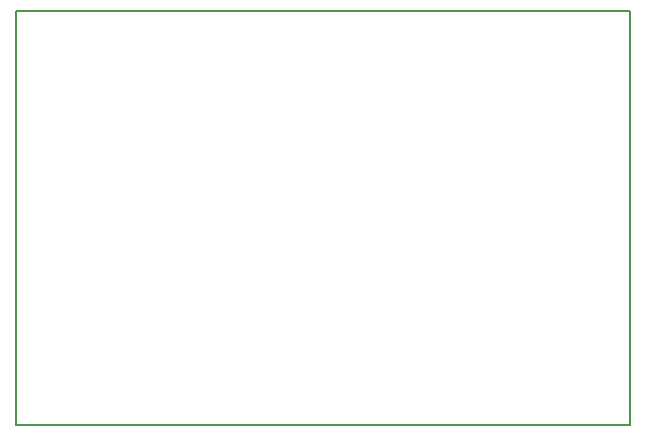
<source format=gm1>
%TF.GenerationSoftware,KiCad,Pcbnew,8.0.9-8.0.9-0~ubuntu22.04.1*%
%TF.CreationDate,2025-08-19T21:28:46+02:00*%
%TF.ProjectId,KG_Disp_Adapter,4b475f44-6973-4705-9f41-646170746572,rev?*%
%TF.SameCoordinates,Original*%
%TF.FileFunction,Profile,NP*%
%FSLAX46Y46*%
G04 Gerber Fmt 4.6, Leading zero omitted, Abs format (unit mm)*
G04 Created by KiCad (PCBNEW 8.0.9-8.0.9-0~ubuntu22.04.1) date 2025-08-19 21:28:46*
%MOMM*%
%LPD*%
G01*
G04 APERTURE LIST*
%TA.AperFunction,Profile*%
%ADD10C,0.150000*%
%TD*%
G04 APERTURE END LIST*
D10*
X129575008Y-138784999D02*
X129575008Y-103784999D01*
X181575008Y-138784999D02*
X181575008Y-103784999D01*
X129575008Y-103784999D02*
X181575008Y-103784999D01*
X181575008Y-138784999D02*
X129575008Y-138784999D01*
M02*

</source>
